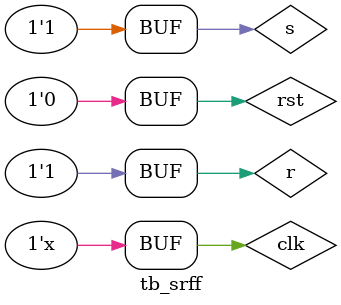
<source format=v>
`timescale 1ns / 1ps


module tb_srff;
    reg s,r,clk,rst;
	wire q;
srff s1(s,r,clk,q,rst);
initial clk =0;
always #50 clk = ~clk;
initial begin
	rst = 1'b1; s=1'b1; r=1'b0;
	#100 rst = 1'b0; s=1'b0; r=1'b0;
	#100 s=1'b0; r=1'b1;
	#100 s=1'b1; r=1'b0;
	#100 s=1'b0; r=1'b1;
	#100 s=1'b1; r=1'b0;
	#100 s=1'b0; r=1'b1;
	#100 s=1'b1; r=1'b0;
	#100 s=1'b1; r=1'b1;
	end
endmodule


</source>
